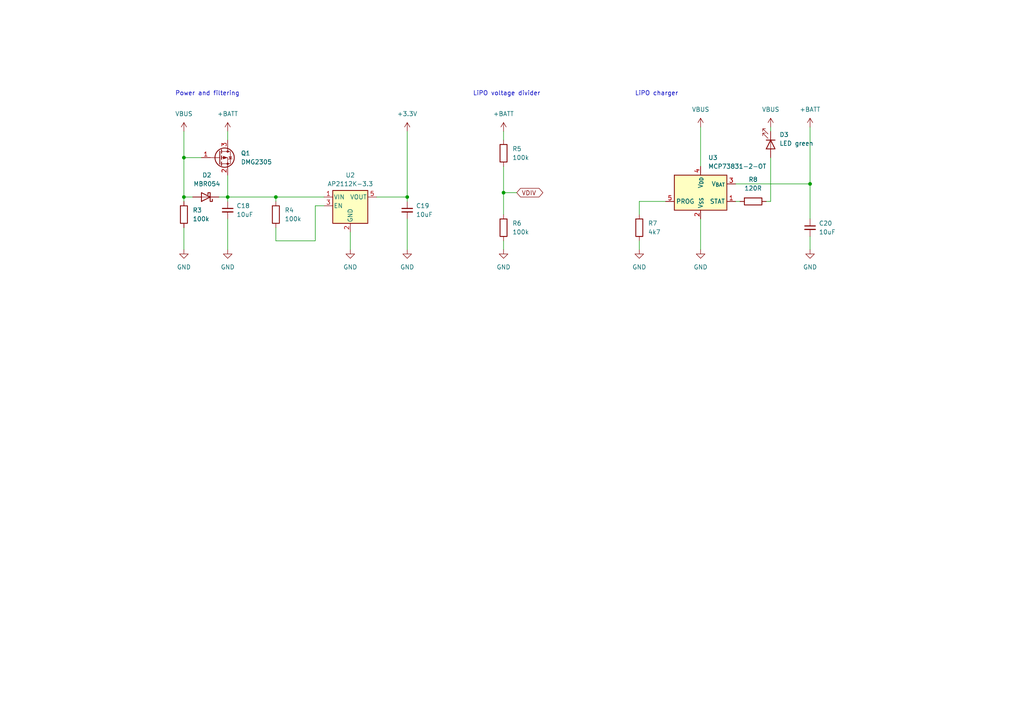
<source format=kicad_sch>
(kicad_sch (version 20230121) (generator eeschema)
  (paper "A4")
  (title_block (title "IBM M122 Keyboard Interface") (date "2023-12-21") (rev "0.2") (company "SevenLab"))
  (lib_symbols
    (symbol "Battery_Management:MCP73831-2-OT"
      (property "Reference" "U" (at -7.62 6.35 0))
      (property "Value" "MCP73831-2-OT" (at 1.27 6.35 0))
      (symbol "MCP73831-2-OT_0_1"
        (rectangle (start -7.62 5.08) (end 7.62 -5.08) (stroke (width 0.254)) (fill (type background)))
      )
      (symbol "MCP73831-2-OT_1_1"
        (pin output line (at 10.16 -2.54 180) (length 2.54) (name "STAT") (number "1"))
        (pin power_in line (at 0 -7.62 90) (length 2.54) (name "V_{SS}") (number "2"))
        (pin power_out line (at 10.16 2.54 180) (length 2.54) (name "V_{BAT}") (number "3"))
        (pin power_in line (at 0 7.62 270) (length 2.54) (name "V_{DD}") (number "4"))
        (pin input line (at -10.16 -2.54 0) (length 2.54) (name "PROG") (number "5"))
      )
    )
    (symbol "Device:C_Small" (pin_numbers hide) (pin_names (offset 0.254) hide)
      (property "Reference" "C" (at 0.254 1.778 0))
      (property "Value" "C_Small" (at 0.254 -2.032 0))
      (symbol "C_Small_0_1"
        (polyline (pts (xy -1.524 -0.508) (xy 1.524 -0.508)) (stroke (width 0.3302)))
        (polyline (pts (xy -1.524 0.508) (xy 1.524 0.508)) (stroke (width 0.3048)))
      )
      (symbol "C_Small_1_1"
        (pin passive line (at 0 2.54 270) (length 2.032) (name "~") (number "1"))
        (pin passive line (at 0 -2.54 90) (length 2.032) (name "~") (number "2"))
      )
    )
    (symbol "Device:LED" (pin_numbers hide) (pin_names (offset 1.016) hide)
      (property "Reference" "D" (at 0 2.54 0))
      (property "Value" "LED" (at 0 -2.54 0))
      (symbol "LED_0_1"
        (polyline (pts (xy -1.27 -1.27) (xy -1.27 1.27)) (stroke (width 0.254)))
        (polyline (pts (xy -1.27 0) (xy 1.27 0)))
        (polyline (pts (xy 1.27 -1.27) (xy 1.27 1.27) (xy -1.27 0) (xy 1.27 -1.27)) (stroke (width 0.254)))
        (polyline (pts (xy -3.048 -0.762) (xy -4.572 -2.286) (xy -3.81 -2.286) (xy -4.572 -2.286) (xy -4.572 -1.524)))
        (polyline (pts (xy -1.778 -0.762) (xy -3.302 -2.286) (xy -2.54 -2.286) (xy -3.302 -2.286) (xy -3.302 -1.524)))
      )
      (symbol "LED_1_1"
        (pin passive line (at -3.81 0 0) (length 2.54) (name "K") (number "1"))
        (pin passive line (at 3.81 0 180) (length 2.54) (name "A") (number "2"))
      )
    )
    (symbol "Device:R" (pin_numbers hide) (pin_names (offset 0))
      (property "Reference" "R" (at 2.032 0 90))
      (property "Value" "R" (at 0 0 90))
      (symbol "R_0_1"
        (rectangle (start -1.016 -2.54) (end 1.016 2.54) (stroke (width 0.254)))
      )
      (symbol "R_1_1"
        (pin passive line (at 0 3.81 270) (length 1.27) (name "~") (number "1"))
        (pin passive line (at 0 -3.81 90) (length 1.27) (name "~") (number "2"))
      )
    )
    (symbol "Diode:MBR0540" (pin_numbers hide) (pin_names (offset 1.016) hide)
      (property "Reference" "D" (at 0 2.54 0))
      (property "Value" "MBR0540" (at 0 -2.54 0))
      (symbol "MBR0540_0_1"
        (polyline (pts (xy 1.27 0) (xy -1.27 0)))
        (polyline (pts (xy 1.27 1.27) (xy 1.27 -1.27) (xy -1.27 0) (xy 1.27 1.27)) (stroke (width 0.254)))
        (polyline (pts (xy -1.905 0.635) (xy -1.905 1.27) (xy -1.27 1.27) (xy -1.27 -1.27) (xy -0.635 -1.27) (xy -0.635 -0.635)) (stroke (width 0.254)))
      )
      (symbol "MBR0540_1_1"
        (pin passive line (at -3.81 0 0) (length 2.54) (name "K") (number "1"))
        (pin passive line (at 3.81 0 180) (length 2.54) (name "A") (number "2"))
      )
    )
    (symbol "Regulator_Linear:AP2112K-3.3" (pin_names (offset 0.254))
      (property "Reference" "U" (at -5.08 5.715 0))
      (property "Value" "AP2112K-3.3" (at 0 5.715 0))
      (symbol "AP2112K-3.3_0_1"
        (rectangle (start -5.08 4.445) (end 5.08 -5.08) (stroke (width 0.254)) (fill (type background)))
      )
      (symbol "AP2112K-3.3_1_1"
        (pin power_in line (at -7.62 2.54 0) (length 2.54) (name "VIN") (number "1"))
        (pin power_in line (at 0 -7.62 90) (length 2.54) (name "GND") (number "2"))
        (pin input line (at -7.62 0 0) (length 2.54) (name "EN") (number "3"))
        (pin no_connect line (at 5.08 0 180) (length 2.54) hide (name "NC") (number "4"))
        (pin power_out line (at 7.62 2.54 180) (length 2.54) (name "VOUT") (number "5"))
      )
    )
    (symbol "Transistor_FET:DMG2301L" (pin_names hide)
      (property "Reference" "Q" (at 5.08 1.905 0))
      (property "Value" "DMG2301L" (at 5.08 0 0))
      (symbol "DMG2301L_0_1"
        (polyline (pts (xy 0.254 0) (xy -2.54 0)))
        (polyline (pts (xy 0.254 1.905) (xy 0.254 -1.905)) (stroke (width 0.254)))
        (polyline (pts (xy 0.762 -1.27) (xy 0.762 -2.286)) (stroke (width 0.254)))
        (polyline (pts (xy 0.762 0.508) (xy 0.762 -0.508)) (stroke (width 0.254)))
        (polyline (pts (xy 0.762 2.286) (xy 0.762 1.27)) (stroke (width 0.254)))
        (polyline (pts (xy 2.54 2.54) (xy 2.54 1.778)))
        (polyline (pts (xy 2.54 -2.54) (xy 2.54 0) (xy 0.762 0)))
        (polyline (pts (xy 0.762 1.778) (xy 3.302 1.778) (xy 3.302 -1.778) (xy 0.762 -1.778)))
        (polyline (pts (xy 2.286 0) (xy 1.27 0.381) (xy 1.27 -0.381) (xy 2.286 0)) (fill (type outline)))
        (polyline (pts (xy 2.794 -0.508) (xy 2.921 -0.381) (xy 3.683 -0.381) (xy 3.81 -0.254)))
        (polyline (pts (xy 3.302 -0.381) (xy 2.921 0.254) (xy 3.683 0.254) (xy 3.302 -0.381)))
        (circle (center 1.651 0) (radius 2.794) (stroke (width 0.254)))
        (circle (center 2.54 -1.778) (radius 0.254) (fill (type outline)))
        (circle (center 2.54 1.778) (radius 0.254) (fill (type outline)))
      )
      (symbol "DMG2301L_1_1"
        (pin input line (at -5.08 0 0) (length 2.54) (name "G") (number "1"))
        (pin passive line (at 2.54 -5.08 90) (length 2.54) (name "S") (number "2"))
        (pin passive line (at 2.54 5.08 270) (length 2.54) (name "D") (number "3"))
      )
    )
    (symbol "power:+3.3V" (power) (pin_names (offset 0))
      (property "Value" "+3.3V" (at 0 3.556 0))
      (symbol "+3.3V_0_1"
        (polyline (pts (xy -0.762 1.27) (xy 0 2.54)))
        (polyline (pts (xy 0 0) (xy 0 2.54)))
        (polyline (pts (xy 0 2.54) (xy 0.762 1.27)))
      )
      (symbol "+3.3V_1_1"
        (pin power_in line (at 0 0 90) (length 0) hide (name "+3.3V") (number "1"))
      )
    )
    (symbol "power:+BATT" (power) (pin_names (offset 0))
      (property "Value" "+BATT" (at 0 3.556 0))
      (symbol "+BATT_0_1"
        (polyline (pts (xy -0.762 1.27) (xy 0 2.54)))
        (polyline (pts (xy 0 0) (xy 0 2.54)))
        (polyline (pts (xy 0 2.54) (xy 0.762 1.27)))
      )
      (symbol "+BATT_1_1"
        (pin power_in line (at 0 0 90) (length 0) hide (name "+BATT") (number "1"))
      )
    )
    (symbol "power:GND" (power) (pin_names (offset 0))
      (property "Value" "GND" (at 0 -3.81 0))
      (symbol "GND_0_1"
        (polyline (pts (xy 0 0) (xy 0 -1.27) (xy 1.27 -1.27) (xy 0 -2.54) (xy -1.27 -1.27) (xy 0 -1.27)))
      )
      (symbol "GND_1_1"
        (pin power_in line (at 0 0 270) (length 0) hide (name "GND") (number "1"))
      )
    )
    (symbol "power:VBUS" (power) (pin_names (offset 0))
      (property "Value" "VBUS" (at 0 3.81 0))
      (symbol "VBUS_0_1"
        (polyline (pts (xy -0.762 1.27) (xy 0 2.54)))
        (polyline (pts (xy 0 0) (xy 0 2.54)))
        (polyline (pts (xy 0 2.54) (xy 0.762 1.27)))
      )
      (symbol "VBUS_1_1"
        (pin power_in line (at 0 0 90) (length 0) hide (name "VBUS") (number "1"))
      )
    )
  )
  (junction (at 234.95 53.34))
  (junction (at 146.05 55.88))
  (junction (at 53.34 57.15))
  (junction (at 66.04 57.15))
  (junction (at 80.01 57.15))
  (junction (at 118.11 57.15))
  (junction (at 53.34 45.72))
  (wire (pts (xy 109.22 57.15) (xy 118.11 57.15)))
  (wire (pts (xy 53.34 66.04) (xy 53.34 72.39)))
  (wire (pts (xy 80.01 69.85) (xy 91.44 69.85)))
  (wire (pts (xy 234.95 36.83) (xy 234.95 53.34)))
  (wire (pts (xy 66.04 57.15) (xy 80.01 57.15)))
  (wire (pts (xy 203.2 36.83) (xy 203.2 48.26)))
  (wire (pts (xy 118.11 38.1) (xy 118.11 57.15)))
  (wire (pts (xy 53.34 57.15) (xy 53.34 58.42)))
  (wire (pts (xy 118.11 57.15) (xy 118.11 58.42)))
  (wire (pts (xy 66.04 63.5) (xy 66.04 72.39)))
  (wire (pts (xy 101.6 67.31) (xy 101.6 72.39)))
  (wire (pts (xy 234.95 53.34) (xy 234.95 63.5)))
  (wire (pts (xy 203.2 63.5) (xy 203.2 72.39)))
  (wire (pts (xy 146.05 69.85) (xy 146.05 72.39)))
  (wire (pts (xy 80.01 57.15) (xy 93.98 57.15)))
  (wire (pts (xy 53.34 45.72) (xy 53.34 57.15)))
  (wire (pts (xy 223.52 45.72) (xy 223.52 58.42)))
  (wire (pts (xy 146.05 38.1) (xy 146.05 40.64)))
  (wire (pts (xy 213.36 58.42) (xy 214.63 58.42)))
  (wire (pts (xy 53.34 57.15) (xy 55.88 57.15)))
  (wire (pts (xy 66.04 50.8) (xy 66.04 57.15)))
  (wire (pts (xy 146.05 55.88) (xy 146.05 62.23)))
  (wire (pts (xy 66.04 57.15) (xy 66.04 58.42)))
  (wire (pts (xy 91.44 59.69) (xy 93.98 59.69)))
  (wire (pts (xy 234.95 68.58) (xy 234.95 72.39)))
  (wire (pts (xy 66.04 38.1) (xy 66.04 40.64)))
  (wire (pts (xy 91.44 69.85) (xy 91.44 59.69)))
  (wire (pts (xy 80.01 66.04) (xy 80.01 69.85)))
  (wire (pts (xy 118.11 63.5) (xy 118.11 72.39)))
  (wire (pts (xy 223.52 36.83) (xy 223.52 38.1)))
  (wire (pts (xy 222.25 58.42) (xy 223.52 58.42)))
  (wire (pts (xy 146.05 55.88) (xy 149.86 55.88)))
  (wire (pts (xy 185.42 58.42) (xy 193.04 58.42)))
  (wire (pts (xy 213.36 53.34) (xy 234.95 53.34)))
  (wire (pts (xy 80.01 57.15) (xy 80.01 58.42)))
  (wire (pts (xy 53.34 38.1) (xy 53.34 45.72)))
  (wire (pts (xy 185.42 62.23) (xy 185.42 58.42)))
  (wire (pts (xy 63.5 57.15) (xy 66.04 57.15)))
  (wire (pts (xy 185.42 69.85) (xy 185.42 72.39)))
  (wire (pts (xy 146.05 48.26) (xy 146.05 55.88)))
  (wire (pts (xy 53.34 45.72) (xy 58.42 45.72)))
  (text "Power and filtering" (at 50.8 27.94 0) (effects (font (size 1.27 1.27)) (justify left bottom)))
  (text "LiPO voltage divider" (at 137.16 27.94 0) (effects (font (size 1.27 1.27)) (justify left bottom)))
  (text "LiPO charger" (at 184.15 27.94 0) (effects (font (size 1.27 1.27)) (justify left bottom)))
  (global_label "VDIV" (shape bidirectional) (at 149.86 55.88 0) (property "Intersheetrefs" "${INTERSHEET_REFS}" (effects hide)))
  (symbol (lib_id "Device:R") (at 218.44 58.42 90) (unit 1)
    (property "Reference" "R8" (at 218.44 52.07 90))
    (property "Value" "120R" (at 218.44 54.61 90))
    (property "Footprint" "Resistor_SMD:R_0603_1608Metric" (effects hide))
    (property "LCSC" "C22787" (effects hide))
  )
  (symbol (lib_id "power:GND") (at 146.05 72.39 0) (unit 1)
    (property "Reference" "#PWR041" (effects hide))
    (property "Value" "GND" (at 146.05 77.47 0))
  )
  (symbol (lib_id "Diode:MBR0540") (at 59.69 57.15 180) (unit 1)
    (property "Reference" "D2" (at 60.0075 50.8 0))
    (property "Value" "MBR054" (at 60.0075 53.34 0))
    (property "Footprint" "Package_TO_SOT_SMD:TO-252-2" (effects hide))
    (property "LCSC" "C668253" (effects hide))
  )
  (symbol (lib_id "power:GND") (at 203.2 72.39 0) (unit 1)
    (property "Reference" "#PWR044" (effects hide))
    (property "Value" "GND" (at 203.2 77.47 0))
  )
  (symbol (lib_id "power:+BATT") (at 146.05 38.1 0) (unit 1)
    (property "Reference" "#PWR040" (effects hide))
    (property "Value" "+BATT" (at 146.05 33.02 0))
  )
  (symbol (lib_id "power:GND") (at 66.04 72.39 0) (unit 1)
    (property "Reference" "#PWR036" (effects hide))
    (property "Value" "GND" (at 66.04 77.47 0))
  )
  (symbol (lib_id "Device:R") (at 185.42 66.04 0) (unit 1)
    (property "Reference" "R7" (at 187.96 64.77 0) (effects (justify left)))
    (property "Value" "4k7" (at 187.96 67.31 0) (effects (justify left)))
    (property "Footprint" "Resistor_SMD:R_0603_1608Metric" (effects hide))
    (property "LCSC" "C99782" (effects hide))
  )
  (symbol (lib_id "power:+3.3V") (at 118.11 38.1 0) (unit 1)
    (property "Reference" "#PWR038" (effects hide))
    (property "Value" "+3.3V" (at 118.11 33.02 0))
  )
  (symbol (lib_id "Device:C_Small") (at 66.04 60.96 0) (unit 1)
    (property "Reference" "C18" (at 68.58 59.6963 0) (effects (justify left)))
    (property "Value" "10uF" (at 68.58 62.2363 0) (effects (justify left)))
    (property "Footprint" "Capacitor_SMD:C_0603_1608Metric" (effects hide))
    (property "LCSC" "C77044" (effects hide))
  )
  (symbol (lib_id "Device:C_Small") (at 118.11 60.96 0) (unit 1)
    (property "Reference" "C19" (at 120.65 59.6963 0) (effects (justify left)))
    (property "Value" "10uF" (at 120.65 62.2363 0) (effects (justify left)))
    (property "Footprint" "Capacitor_SMD:C_0603_1608Metric" (effects hide))
    (property "LCSC" "C77044" (effects hide))
  )
  (symbol (lib_id "Battery_Management:MCP73831-2-OT") (at 203.2 55.88 0) (unit 1)
    (property "Reference" "U3" (at 205.3941 45.72 0) (effects (justify left)))
    (property "Value" "MCP73831-2-OT" (at 205.3941 48.26 0) (effects (justify left)))
    (property "Footprint" "Package_TO_SOT_SMD:SOT-23-5" (effects hide))
    (property "Datasheet" "http://ww1.microchip.com/downloads/en/DeviceDoc/20001984g.pdf" (effects hide))
    (property "LCSC" "C424093" (effects hide))
  )
  (symbol (lib_id "Transistor_FET:DMG2301L") (at 63.5 45.72 0) (unit 1)
    (property "Reference" "Q1" (at 69.85 44.45 0) (effects (justify left)))
    (property "Value" "DMG2305" (at 69.85 46.99 0) (effects (justify left)))
    (property "Footprint" "Package_TO_SOT_SMD:SOT-23" (effects hide))
    (property "LCSC" "C5261054" (effects hide))
  )
  (symbol (lib_id "power:GND") (at 118.11 72.39 0) (unit 1)
    (property "Reference" "#PWR039" (effects hide))
    (property "Value" "GND" (at 118.11 77.47 0))
  )
  (symbol (lib_id "power:GND") (at 234.95 72.39 0) (unit 1)
    (property "Reference" "#PWR047" (effects hide))
    (property "Value" "GND" (at 234.95 77.47 0))
  )
  (symbol (lib_id "power:VBUS") (at 203.2 36.83 0) (unit 1)
    (property "Reference" "#PWR043" (effects hide))
    (property "Value" "VBUS" (at 203.2 31.75 0))
  )
  (symbol (lib_id "power:GND") (at 53.34 72.39 0) (unit 1)
    (property "Reference" "#PWR034" (effects hide))
    (property "Value" "GND" (at 53.34 77.47 0))
  )
  (symbol (lib_id "power:GND") (at 185.42 72.39 0) (unit 1)
    (property "Reference" "#PWR042" (effects hide))
    (property "Value" "GND" (at 185.42 77.47 0))
  )
  (symbol (lib_id "power:+BATT") (at 234.95 36.83 0) (unit 1)
    (property "Reference" "#PWR046" (effects hide))
    (property "Value" "+BATT" (at 234.95 31.75 0))
  )
  (symbol (lib_id "Device:R") (at 53.34 62.23 0) (unit 1)
    (property "Reference" "R3" (at 55.88 60.96 0) (effects (justify left)))
    (property "Value" "100k" (at 55.88 63.5 0) (effects (justify left)))
    (property "Footprint" "Resistor_SMD:R_0603_1608Metric" (effects hide))
    (property "LCSC" "C115324" (effects hide))
  )
  (symbol (lib_id "power:GND") (at 101.6 72.39 0) (unit 1)
    (property "Reference" "#PWR037" (effects hide))
    (property "Value" "GND" (at 101.6 77.47 0))
  )
  (symbol (lib_id "Device:R") (at 146.05 66.04 0) (unit 1)
    (property "Reference" "R6" (at 148.59 64.77 0) (effects (justify left)))
    (property "Value" "100k" (at 148.59 67.31 0) (effects (justify left)))
    (property "Footprint" "Resistor_SMD:R_0603_1608Metric" (effects hide))
    (property "LCSC" "C115324" (effects hide))
  )
  (symbol (lib_id "Device:R") (at 146.05 44.45 0) (unit 1)
    (property "Reference" "R5" (at 148.59 43.18 0) (effects (justify left)))
    (property "Value" "100k" (at 148.59 45.72 0) (effects (justify left)))
    (property "Footprint" "Resistor_SMD:R_0603_1608Metric" (effects hide))
    (property "LCSC" "C115324" (effects hide))
  )
  (symbol (lib_id "Device:R") (at 80.01 62.23 0) (unit 1)
    (property "Reference" "R4" (at 82.55 60.96 0) (effects (justify left)))
    (property "Value" "100k" (at 82.55 63.5 0) (effects (justify left)))
    (property "Footprint" "Resistor_SMD:R_0603_1608Metric" (effects hide))
    (property "LCSC" "C115324" (effects hide))
  )
  (symbol (lib_id "Device:LED") (at 223.52 41.91 270) (unit 1)
    (property "Reference" "D3" (at 226.06 39.0525 90) (effects (justify left)))
    (property "Value" "LED green" (at 226.06 41.5925 90) (effects (justify left)))
    (property "Footprint" "LED_SMD:LED_0805_2012Metric" (effects hide))
    (property "LCSC" "C98221" (effects hide))
  )
  (symbol (lib_id "power:VBUS") (at 53.34 38.1 0) (unit 1)
    (property "Reference" "#PWR033" (effects hide))
    (property "Value" "VBUS" (at 53.34 33.02 0))
  )
  (symbol (lib_id "power:+BATT") (at 66.04 38.1 0) (unit 1)
    (property "Reference" "#PWR035" (effects hide))
    (property "Value" "+BATT" (at 66.04 33.02 0))
  )
  (symbol (lib_id "power:VBUS") (at 223.52 36.83 0) (unit 1)
    (property "Reference" "#PWR045" (effects hide))
    (property "Value" "VBUS" (at 223.52 31.75 0))
  )
  (symbol (lib_id "Regulator_Linear:AP2112K-3.3") (at 101.6 59.69 0) (unit 1)
    (property "Reference" "U2" (at 101.6 50.8 0))
    (property "Value" "AP2112K-3.3" (at 101.6 53.34 0))
    (property "Footprint" "Package_TO_SOT_SMD:SOT-23-5" (effects hide))
    (property "Datasheet" "https://www.diodes.com/assets/Datasheets/AP2112.pdf" (effects hide))
    (property "LCSC" "C3021085" (effects hide))
  )
  (symbol (lib_id "Device:C_Small") (at 234.95 66.04 0) (unit 1)
    (property "Reference" "C20" (at 237.49 64.7763 0) (effects (justify left)))
    (property "Value" "10uF" (at 237.49 67.3163 0) (effects (justify left)))
    (property "Footprint" "Capacitor_SMD:C_0603_1608Metric" (effects hide))
    (property "LCSC" "C77044" (effects hide))
  )
)
</source>
